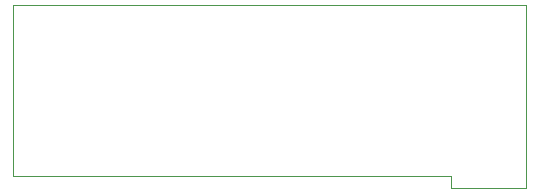
<source format=gbr>
G04 (created by PCBNEW (2013-07-07 BZR 4022)-stable) date 28/01/2014 11:02:56*
%MOIN*%
G04 Gerber Fmt 3.4, Leading zero omitted, Abs format*
%FSLAX34Y34*%
G01*
G70*
G90*
G04 APERTURE LIST*
%ADD10C,0.00590551*%
%ADD11C,0.00393701*%
G04 APERTURE END LIST*
G54D10*
G54D11*
X69450Y-65100D02*
X69400Y-65100D01*
X69400Y-59400D02*
X69450Y-59400D01*
X69500Y-65100D02*
X69450Y-65100D01*
X69500Y-59400D02*
X69450Y-59400D01*
X86500Y-59400D02*
X86500Y-65500D01*
X69500Y-59400D02*
X86500Y-59400D01*
X69400Y-65100D02*
X69400Y-59400D01*
X84000Y-65100D02*
X69500Y-65100D01*
X84000Y-65100D02*
X84000Y-65500D01*
X86500Y-65500D02*
X84000Y-65500D01*
M02*

</source>
